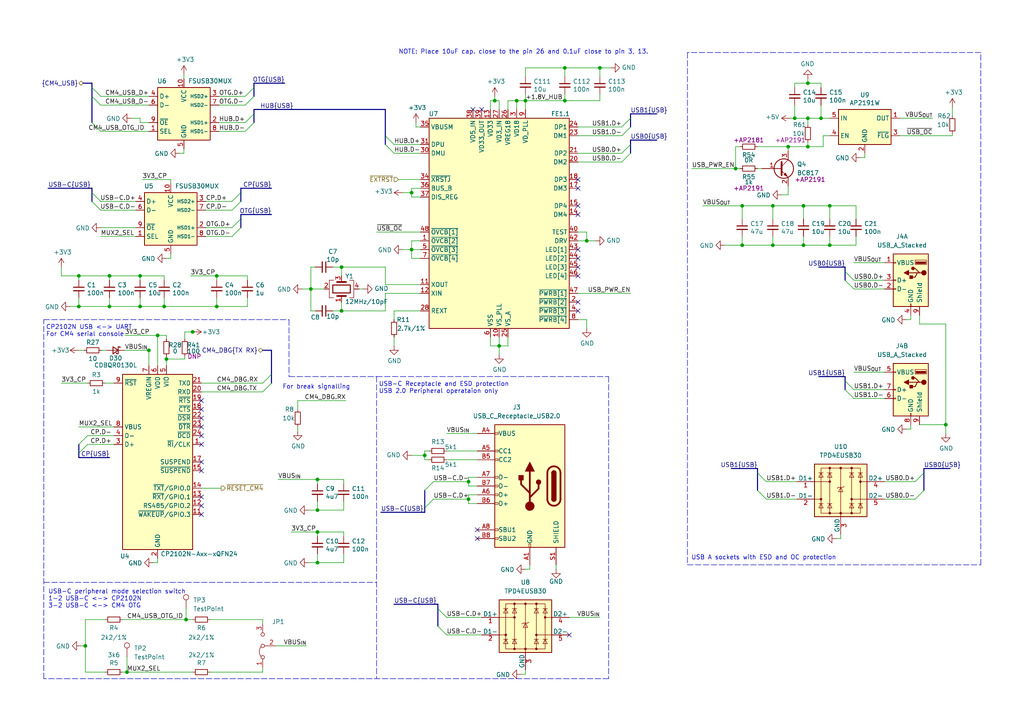
<source format=kicad_sch>
(kicad_sch (version 20211123) (generator eeschema)
  (paper "A4")
  (title_block (title "USB 2.0 host/USB 2.0 device") (date "2022-04-27") (rev "1.2b") (company "Nabu Casa") (comment 1 "www.nabucasa.com") (comment 2 "Yellow"))
  (bus_alias "I2C" (members "SDA" "SCL"))
  (bus_alias "CM4_USB" (members "CM4_USB_D+" "CM4_USB_D-" "CM4_USB_OTG_ID"))
  (bus_alias "USB" (members "D+" "D-"))
  (junction (at 215.265 71.12) (diameter 0.9144))
  (junction (at 31.75 80.01) (diameter 0.9144))
  (junction (at 92.075 139.065) (diameter 0.9144))
  (junction (at 40.64 80.01) (diameter 0.9144))
  (junction (at 149.86 29.21) (diameter 0.9144))
  (junction (at 213.36 48.895))
  (junction (at 22.86 88.9) (diameter 0.9144))
  (junction (at 215.265 59.69) (diameter 0.9144))
  (junction (at 233.045 71.12) (diameter 0.9144))
  (junction (at 119.38 55.88) (diameter 0.9144))
  (junction (at 24.765 187.325) (diameter 0.9144))
  (junction (at 240.665 59.69) (diameter 0.9144))
  (junction (at 53.975 179.705) (diameter 0.9144))
  (junction (at 234.315 24.13) (diameter 0.9144))
  (junction (at 92.075 154.305) (diameter 0.9144))
  (junction (at 224.155 71.12) (diameter 0.9144))
  (junction (at 92.075 147.955) (diameter 0.9144))
  (junction (at 228.6 42.545))
  (junction (at 173.99 19.685) (diameter 0.9144))
  (junction (at 45.72 97.282))
  (junction (at 234.315 42.545))
  (junction (at 230.505 34.29) (diameter 0.9144))
  (junction (at 135.89 144.78) (diameter 0.9144))
  (junction (at 143.51 29.21) (diameter 0.9144))
  (junction (at 43.18 101.6))
  (junction (at 233.045 59.69) (diameter 0.9144))
  (junction (at 62.865 88.9) (diameter 0.9144))
  (junction (at 144.78 100.33) (diameter 0.9144))
  (junction (at 90.17 83.82) (diameter 0.9144))
  (junction (at 99.06 90.17) (diameter 0.9144))
  (junction (at 119.38 72.39) (diameter 0.9144))
  (junction (at 152.4 29.21) (diameter 0.9144))
  (junction (at 123.19 132.08) (diameter 0.9144))
  (junction (at 135.89 139.7) (diameter 0.9144))
  (junction (at 40.64 88.9) (diameter 0.9144))
  (junction (at 170.18 69.85) (diameter 0.9144))
  (junction (at 55.88 96.266))
  (junction (at 238.125 34.29) (diameter 0.9144))
  (junction (at 31.75 88.9) (diameter 0.9144))
  (junction (at 99.06 77.47) (diameter 0.9144))
  (junction (at 48.26 104.14))
  (junction (at 240.665 71.12) (diameter 0.9144))
  (junction (at 224.155 59.69) (diameter 0.9144))
  (junction (at 47.625 88.9) (diameter 0.9144))
  (junction (at 274.32 123.19) (diameter 0.9144))
  (junction (at 163.83 19.685) (diameter 0.9144))
  (junction (at 92.075 163.195) (diameter 0.9144))
  (junction (at 36.83 194.945) (diameter 0.9144))
  (junction (at 163.83 29.21) (diameter 0.9144))
  (junction (at 234.315 34.29))
  (junction (at 62.865 80.01) (diameter 0.9144))
  (junction (at 22.86 80.01) (diameter 0.9144))
  (no_connect (at 167.64 77.47))
  (no_connect (at 138.43 153.67))
  (no_connect (at 167.64 87.63))
  (no_connect (at 138.43 156.21))
  (no_connect (at 167.64 90.17))
  (no_connect (at 58.42 126.365))
  (no_connect (at 58.42 116.205))
  (no_connect (at 58.42 118.745))
  (no_connect (at 58.42 121.285))
  (no_connect (at 58.42 123.825))
  (no_connect (at 58.42 128.905))
  (no_connect (at 58.42 133.985))
  (no_connect (at 58.42 136.525))
  (no_connect (at 58.42 144.145))
  (no_connect (at 58.42 146.685))
  (no_connect (at 58.42 149.225))
  (no_connect (at 167.64 54.61))
  (no_connect (at 167.64 80.01))
  (no_connect (at 165.1 184.15))
  (no_connect (at 139.7 31.75))
  (no_connect (at 137.16 31.75))
  (no_connect (at 167.64 72.39))
  (no_connect (at 167.64 74.93))
  (no_connect (at 167.64 52.07))
  (no_connect (at 167.64 62.23))
  (no_connect (at 167.64 59.69))
  (bus_entry (at 180.34 36.83) (size 2.54 -2.54) (stroke (width 0.1524)))
  (bus_entry (at 180.34 44.45) (size 2.54 -2.54) (stroke (width 0.1524)))
  (bus_entry (at 76.2 113.665) (size 2.54 -2.54) (stroke (width 0.1524)))
  (bus_entry (at 222.25 144.78) (size -2.54 -2.54) (stroke (width 0.1524)))
  (bus_entry (at 73.66 25.4) (size -2.54 2.54) (stroke (width 0.1524)))
  (bus_entry (at 180.34 46.99) (size 2.54 -2.54) (stroke (width 0.1524)))
  (bus_entry (at 69.85 63.5) (size -2.54 2.54) (stroke (width 0.1524)))
  (bus_entry (at 69.85 66.04) (size -2.54 2.54) (stroke (width 0.1524)))
  (bus_entry (at 123.19 142.24) (size 2.54 -2.54) (stroke (width 0.1524)))
  (bus_entry (at 265.43 144.78) (size 2.54 -2.54) (stroke (width 0.1524)))
  (bus_entry (at 26.67 27.94) (size 2.54 2.54) (stroke (width 0.1524)))
  (bus_entry (at 22.86 131.445) (size 2.54 -2.54) (stroke (width 0.1524)))
  (bus_entry (at 69.85 58.42) (size -2.54 2.54) (stroke (width 0.1524)))
  (bus_entry (at 123.19 147.32) (size 2.54 -2.54) (stroke (width 0.1524)))
  (bus_entry (at 222.25 139.7) (size -2.54 -2.54) (stroke (width 0.1524)))
  (bus_entry (at 69.85 55.88) (size -2.54 2.54) (stroke (width 0.1524)))
  (bus_entry (at 73.66 33.02) (size -2.54 2.54) (stroke (width 0.1524)))
  (bus_entry (at 26.67 58.42) (size 2.54 2.54) (stroke (width 0.1524)))
  (bus_entry (at 73.66 27.94) (size -2.54 2.54) (stroke (width 0.1524)))
  (bus_entry (at 127 181.61) (size 2.54 2.54) (stroke (width 0.1524)))
  (bus_entry (at 180.34 39.37) (size 2.54 -2.54) (stroke (width 0.1524)))
  (bus_entry (at 247.65 115.57) (size -2.54 -2.54) (stroke (width 0.1524)))
  (bus_entry (at 26.67 35.56) (size 2.54 2.54) (stroke (width 0.1524)))
  (bus_entry (at 247.65 83.82) (size -2.54 -2.54) (stroke (width 0.1524)))
  (bus_entry (at 26.67 55.88) (size 2.54 2.54) (stroke (width 0.1524)))
  (bus_entry (at 73.66 35.56) (size -2.54 2.54) (stroke (width 0.1524)))
  (bus_entry (at 111.76 41.91) (size 2.54 2.54) (stroke (width 0.1524)))
  (bus_entry (at 76.2 111.125) (size 2.54 -2.54) (stroke (width 0.1524)))
  (bus_entry (at 247.65 81.28) (size -2.54 -2.54) (stroke (width 0.1524)))
  (bus_entry (at 26.67 25.4) (size 2.54 2.54) (stroke (width 0.1524)))
  (bus_entry (at 247.65 113.03) (size -2.54 -2.54) (stroke (width 0.1524)))
  (bus_entry (at 127 176.53) (size 2.54 2.54) (stroke (width 0.1524)))
  (bus_entry (at 22.86 128.905) (size 2.54 -2.54) (stroke (width 0.1524)))
  (bus_entry (at 265.43 139.7) (size 2.54 -2.54) (stroke (width 0.1524)))
  (bus_entry (at 111.76 39.37) (size 2.54 2.54) (stroke (width 0.1524)))
  (wire (pts (xy 234.315 22.86) (xy 234.315 24.13)))
  (wire (pts (xy 167.64 46.99) (xy 180.34 46.99)))
  (wire (pts (xy 147.32 97.79) (xy 147.32 100.33)))
  (wire (pts (xy 147.32 100.33) (xy 144.78 100.33)))
  (wire (pts (xy 215.265 59.69) (xy 215.265 63.5)))
  (wire (pts (xy 58.42 141.605) (xy 64.135 141.605)))
  (wire (pts (xy 40.64 86.36) (xy 40.64 88.9)))
  (wire (pts (xy 147.32 29.21) (xy 149.86 29.21)))
  (wire (pts (xy 147.32 31.75) (xy 147.32 29.21)))
  (wire (pts (xy 149.86 29.21) (xy 149.86 31.75)))
  (wire (pts (xy 135.89 140.97) (xy 138.43 140.97)))
  (wire (pts (xy 260.985 39.37) (xy 276.225 39.37)))
  (wire (pts (xy 114.3 44.45) (xy 121.92 44.45)))
  (wire (pts (xy 86.36 116.205) (xy 100.33 116.205)))
  (wire (pts (xy 99.695 160.655) (xy 99.695 163.195)))
  (wire (pts (xy 119.38 72.39) (xy 121.92 72.39)))
  (wire (pts (xy 210.185 71.12) (xy 215.265 71.12)))
  (wire (pts (xy 23.495 187.325) (xy 24.765 187.325)))
  (wire (pts (xy 24.765 179.705) (xy 30.48 179.705)))
  (wire (pts (xy 24.765 187.325) (xy 24.765 179.705)))
  (wire (pts (xy 119.38 57.15) (xy 119.38 55.88)))
  (wire (pts (xy 121.92 57.15) (xy 119.38 57.15)))
  (wire (pts (xy 274.32 123.19) (xy 274.32 125.73)))
  (wire (pts (xy 240.665 59.69) (xy 240.665 63.5)))
  (wire (pts (xy 115.57 52.07) (xy 121.92 52.07)))
  (wire (pts (xy 144.78 100.33) (xy 144.78 102.87)))
  (wire (pts (xy 90.17 83.82) (xy 90.17 90.17)))
  (wire (pts (xy 116.84 55.88) (xy 119.38 55.88)))
  (wire (pts (xy 119.38 54.61) (xy 121.92 54.61)))
  (wire (pts (xy 119.38 55.88) (xy 119.38 54.61)))
  (wire (pts (xy 63.5 27.94) (xy 71.12 27.94)))
  (wire (pts (xy 152.4 29.21) (xy 163.83 29.21)))
  (wire (pts (xy 247.65 113.03) (xy 256.54 113.03)))
  (bus (pts (xy 245.11 77.47) (xy 237.49 77.47)))
  (wire (pts (xy 22.86 101.6) (xy 24.384 101.6)))
  (bus (pts (xy 182.88 33.02) (xy 182.88 34.29)))
  (bus (pts (xy 182.88 34.29) (xy 182.88 36.83)))
  (wire (pts (xy 219.71 48.895) (xy 220.98 48.895)))
  (wire (pts (xy 135.89 146.05) (xy 135.89 144.78)))
  (wire (pts (xy 48.26 103.378) (xy 48.26 104.14)))
  (wire (pts (xy 60.96 194.945) (xy 76.2 194.945)))
  (wire (pts (xy 76.2 194.945) (xy 76.2 193.675)))
  (wire (pts (xy 266.7 91.44) (xy 266.7 93.98)))
  (wire (pts (xy 71.755 88.9) (xy 71.755 86.36)))
  (wire (pts (xy 62.865 88.9) (xy 71.755 88.9)))
  (wire (pts (xy 47.625 88.9) (xy 62.865 88.9)))
  (wire (pts (xy 40.64 88.9) (xy 47.625 88.9)))
  (wire (pts (xy 129.54 130.81) (xy 138.43 130.81)))
  (wire (pts (xy 264.16 124.46) (xy 264.16 123.19)))
  (wire (pts (xy 167.64 44.45) (xy 180.34 44.45)))
  (wire (pts (xy 125.73 144.78) (xy 135.89 144.78)))
  (wire (pts (xy 47.625 81.28) (xy 47.625 80.01)))
  (wire (pts (xy 47.625 80.01) (xy 40.64 80.01)))
  (polyline (pts (xy 88.9 196.85) (xy 12.7 196.85)) (stroke (width 0) (type dash)))
  (wire (pts (xy 36.068 101.6) (xy 43.18 101.6)))
  (wire (pts (xy 29.21 38.1) (xy 43.18 38.1)))
  (wire (pts (xy 276.225 39.37) (xy 276.225 38.735)))
  (polyline (pts (xy 12.7 168.91) (xy 109.22 168.91)) (stroke (width 0) (type dash)))
  (wire (pts (xy 233.045 71.12) (xy 240.665 71.12)))
  (polyline (pts (xy 199.39 163.83) (xy 284.48 163.83)) (stroke (width 0) (type dash)))
  (wire (pts (xy 152.4 165.1) (xy 153.67 165.1)))
  (wire (pts (xy 96.52 77.47) (xy 99.06 77.47)))
  (wire (pts (xy 91.44 77.47) (xy 90.17 77.47)))
  (wire (pts (xy 43.18 101.6) (xy 43.307 101.6)))
  (bus (pts (xy 22.86 131.445) (xy 22.86 132.715)))
  (bus (pts (xy 22.86 128.905) (xy 22.86 131.445)))
  (wire (pts (xy 63.5 30.48) (xy 71.12 30.48)))
  (wire (pts (xy 173.99 19.685) (xy 163.83 19.685)))
  (wire (pts (xy 177.165 19.685) (xy 173.99 19.685)))
  (wire (pts (xy 152.4 19.685) (xy 152.4 22.225)))
  (wire (pts (xy 163.83 19.685) (xy 152.4 19.685)))
  (wire (pts (xy 22.86 123.825) (xy 33.02 123.825)))
  (wire (pts (xy 151.13 195.58) (xy 152.4 195.58)))
  (wire (pts (xy 62.865 80.01) (xy 71.755 80.01)))
  (wire (pts (xy 71.755 80.01) (xy 71.755 81.28)))
  (wire (pts (xy 55.245 80.01) (xy 62.865 80.01)))
  (wire (pts (xy 276.225 31.115) (xy 276.225 33.655)))
  (wire (pts (xy 119.38 72.39) (xy 119.38 74.93)))
  (wire (pts (xy 119.38 74.93) (xy 121.92 74.93)))
  (wire (pts (xy 119.38 132.08) (xy 123.19 132.08)))
  (polyline (pts (xy 83.82 109.22) (xy 109.22 109.22)) (stroke (width 0) (type dash)))
  (polyline (pts (xy 83.82 92.71) (xy 83.82 109.22)) (stroke (width 0) (type dash)))
  (wire (pts (xy 99.695 155.575) (xy 99.695 154.305)))
  (wire (pts (xy 114.3 41.91) (xy 121.92 41.91)))
  (wire (pts (xy 249.555 45.72) (xy 250.825 45.72)))
  (wire (pts (xy 99.06 87.63) (xy 99.06 90.17)))
  (wire (pts (xy 152.4 27.305) (xy 152.4 29.21)))
  (wire (pts (xy 52.07 44.45) (xy 53.34 44.45)))
  (wire (pts (xy 25.4 111.125) (xy 17.78 111.125)))
  (wire (pts (xy 214.63 48.895) (xy 213.36 48.895)))
  (wire (pts (xy 200.66 48.895) (xy 213.36 48.895)))
  (wire (pts (xy 96.52 90.17) (xy 99.06 90.17)))
  (wire (pts (xy 138.43 143.51) (xy 135.89 143.51)))
  (wire (pts (xy 31.75 80.01) (xy 31.75 81.28)))
  (wire (pts (xy 215.265 71.12) (xy 224.155 71.12)))
  (wire (pts (xy 92.075 154.305) (xy 92.075 155.575)))
  (wire (pts (xy 153.67 165.1) (xy 153.67 163.83)))
  (wire (pts (xy 170.18 69.85) (xy 172.72 69.85)))
  (wire (pts (xy 29.21 66.04) (xy 39.37 66.04)))
  (wire (pts (xy 89.535 147.955) (xy 92.075 147.955)))
  (wire (pts (xy 152.4 29.21) (xy 149.86 29.21)))
  (wire (pts (xy 152.4 31.75) (xy 152.4 29.21)))
  (wire (pts (xy 121.92 67.31) (xy 109.22 67.31)))
  (wire (pts (xy 167.64 92.71) (xy 170.18 92.71)))
  (wire (pts (xy 48.26 98.298) (xy 48.26 97.282)))
  (wire (pts (xy 121.92 82.55) (xy 111.76 82.55)))
  (wire (pts (xy 215.265 59.69) (xy 224.155 59.69)))
  (bus (pts (xy 111.76 31.75) (xy 111.76 39.37)))
  (bus (pts (xy 111.76 39.37) (xy 111.76 41.91)))
  (wire (pts (xy 49.53 52.07) (xy 49.53 53.34)))
  (wire (pts (xy 99.695 145.415) (xy 99.695 147.955)))
  (wire (pts (xy 45.72 97.282) (xy 48.26 97.282)))
  (polyline (pts (xy 12.7 92.71) (xy 83.82 92.71)) (stroke (width 0) (type dash)))
  (wire (pts (xy 99.06 90.17) (xy 111.76 90.17)))
  (wire (pts (xy 53.34 21.59) (xy 53.34 22.86)))
  (wire (pts (xy 229.235 34.29) (xy 230.505 34.29)))
  (wire (pts (xy 129.54 184.15) (xy 139.7 184.15)))
  (wire (pts (xy 248.285 71.12) (xy 248.285 68.58)))
  (wire (pts (xy 230.505 30.48) (xy 230.505 34.29)))
  (wire (pts (xy 173.99 179.07) (xy 165.1 179.07)))
  (wire (pts (xy 230.505 24.13) (xy 230.505 25.4)))
  (wire (pts (xy 59.69 66.04) (xy 67.31 66.04)))
  (wire (pts (xy 99.06 77.47) (xy 99.06 80.01)))
  (wire (pts (xy 53.34 44.45) (xy 53.34 43.18)))
  (wire (pts (xy 17.78 80.01) (xy 22.86 80.01)))
  (wire (pts (xy 247.65 115.57) (xy 256.54 115.57)))
  (wire (pts (xy 114.3 90.17) (xy 121.92 90.17)))
  (wire (pts (xy 142.24 29.21) (xy 143.51 29.21)))
  (wire (pts (xy 142.24 31.75) (xy 142.24 29.21)))
  (wire (pts (xy 143.51 29.21) (xy 144.78 29.21)))
  (wire (pts (xy 144.78 29.21) (xy 144.78 31.75)))
  (wire (pts (xy 92.075 160.655) (xy 92.075 163.195)))
  (wire (pts (xy 266.7 123.19) (xy 274.32 123.19)))
  (wire (pts (xy 41.275 52.07) (xy 49.53 52.07)))
  (wire (pts (xy 224.155 71.12) (xy 233.045 71.12)))
  (wire (pts (xy 161.29 163.83) (xy 161.29 165.1)))
  (bus (pts (xy 182.88 40.64) (xy 182.88 41.91)))
  (bus (pts (xy 182.88 41.91) (xy 182.88 44.45)))
  (wire (pts (xy 39.37 58.42) (xy 29.21 58.42)))
  (wire (pts (xy 247.65 83.82) (xy 256.54 83.82)))
  (polyline (pts (xy 176.53 196.85) (xy 88.9 196.85)) (stroke (width 0) (type dash)))
  (bus (pts (xy 26.67 54.61) (xy 13.97 54.61)))
  (polyline (pts (xy 284.48 163.83) (xy 284.48 15.24)) (stroke (width 0) (type dash)))
  (wire (pts (xy 22.86 86.36) (xy 22.86 88.9)))
  (wire (pts (xy 59.69 68.58) (xy 67.31 68.58)))
  (bus (pts (xy 245.11 109.22) (xy 237.49 109.22)))
  (wire (pts (xy 58.42 113.665) (xy 76.2 113.665)))
  (wire (pts (xy 29.464 101.6) (xy 30.988 101.6)))
  (wire (pts (xy 247.65 107.95) (xy 256.54 107.95)))
  (wire (pts (xy 119.38 69.85) (xy 121.92 69.85)))
  (wire (pts (xy 116.84 72.39) (xy 119.38 72.39)))
  (wire (pts (xy 119.38 72.39) (xy 119.38 69.85)))
  (wire (pts (xy 123.19 132.08) (xy 123.19 133.35)))
  (bus (pts (xy 73.66 31.75) (xy 111.76 31.75)))
  (bus (pts (xy 26.67 24.13) (xy 26.67 25.4)))
  (bus (pts (xy 26.67 25.4) (xy 26.67 27.94)))
  (bus (pts (xy 26.67 27.94) (xy 26.67 35.56)))
  (wire (pts (xy 248.285 59.69) (xy 240.665 59.69)))
  (wire (pts (xy 99.695 140.335) (xy 99.695 139.065)))
  (wire (pts (xy 240.665 71.12) (xy 248.285 71.12)))
  (wire (pts (xy 203.835 59.69) (xy 215.265 59.69)))
  (wire (pts (xy 92.075 139.065) (xy 92.075 140.335)))
  (wire (pts (xy 144.78 97.79) (xy 144.78 100.33)))
  (wire (pts (xy 243.84 156.21) (xy 243.84 154.94)))
  (wire (pts (xy 90.17 90.17) (xy 91.44 90.17)))
  (wire (pts (xy 30.48 111.125) (xy 33.02 111.125)))
  (wire (pts (xy 29.21 27.94) (xy 43.18 27.94)))
  (wire (pts (xy 260.985 34.29) (xy 270.51 34.29)))
  (bus (pts (xy 69.85 54.61) (xy 78.74 54.61)))
  (wire (pts (xy 238.125 25.4) (xy 238.125 24.13)))
  (wire (pts (xy 40.64 34.29) (xy 38.1 34.29)))
  (wire (pts (xy 262.89 124.46) (xy 264.16 124.46)))
  (wire (pts (xy 143.51 27.94) (xy 143.51 29.21)))
  (wire (pts (xy 36.195 97.282) (xy 45.72 97.282)))
  (wire (pts (xy 45.72 97.282) (xy 45.72 106.045)))
  (wire (pts (xy 40.64 80.01) (xy 31.75 80.01)))
  (wire (pts (xy 123.19 130.81) (xy 123.19 132.08)))
  (wire (pts (xy 163.83 29.21) (xy 163.83 27.305)))
  (wire (pts (xy 234.315 24.13) (xy 230.505 24.13)))
  (wire (pts (xy 129.54 179.07) (xy 139.7 179.07)))
  (wire (pts (xy 36.83 190.5) (xy 36.83 194.945)))
  (wire (pts (xy 167.64 67.31) (xy 170.18 67.31)))
  (wire (pts (xy 170.18 67.31) (xy 170.18 69.85)))
  (wire (pts (xy 274.32 93.98) (xy 274.32 123.19)))
  (wire (pts (xy 173.99 19.685) (xy 173.99 22.225)))
  (wire (pts (xy 20.32 88.9) (xy 22.86 88.9)))
  (wire (pts (xy 111.76 82.55) (xy 111.76 77.47)))
  (bus (pts (xy 69.85 62.23) (xy 78.74 62.23)))
  (wire (pts (xy 265.43 139.7) (xy 256.54 139.7)))
  (wire (pts (xy 80.645 139.065) (xy 92.075 139.065)))
  (wire (pts (xy 228.6 56.515) (xy 226.695 56.515)))
  (wire (pts (xy 152.4 195.58) (xy 152.4 194.31)))
  (wire (pts (xy 123.19 133.35) (xy 124.46 133.35)))
  (wire (pts (xy 86.36 123.825) (xy 86.36 125.095)))
  (wire (pts (xy 238.125 24.13) (xy 234.315 24.13)))
  (wire (pts (xy 40.64 35.56) (xy 40.64 34.29)))
  (wire (pts (xy 222.25 144.78) (xy 231.14 144.78)))
  (wire (pts (xy 238.125 30.48) (xy 238.125 34.29)))
  (wire (pts (xy 264.16 92.71) (xy 264.16 91.44)))
  (bus (pts (xy 73.66 24.13) (xy 73.66 25.4)))
  (bus (pts (xy 73.66 25.4) (xy 73.66 27.94)))
  (wire (pts (xy 242.57 156.21) (xy 243.84 156.21)))
  (wire (pts (xy 135.89 144.78) (xy 135.89 143.51)))
  (wire (pts (xy 48.26 106.045) (xy 48.26 104.14)))
  (bus (pts (xy 267.97 135.89) (xy 275.59 135.89)))
  (bus (pts (xy 26.67 54.61) (xy 26.67 55.88)))
  (bus (pts (xy 26.67 55.88) (xy 26.67 58.42)))
  (wire (pts (xy 234.315 41.275) (xy 234.315 42.545)))
  (polyline (pts (xy 109.22 109.22) (xy 176.53 109.22)) (stroke (width 0) (type dash)))
  (wire (pts (xy 49.53 74.93) (xy 49.53 73.66)))
  (wire (pts (xy 99.695 154.305) (xy 92.075 154.305)))
  (wire (pts (xy 121.92 36.83) (xy 120.65 36.83)))
  (wire (pts (xy 248.285 63.5) (xy 248.285 59.69)))
  (wire (pts (xy 219.71 42.545) (xy 228.6 42.545)))
  (polyline (pts (xy 109.22 109.22) (xy 109.22 196.85)) (stroke (width 0) (type dash)))
  (wire (pts (xy 266.7 93.98) (xy 274.32 93.98)))
  (wire (pts (xy 33.02 126.365) (xy 25.4 126.365)))
  (wire (pts (xy 62.865 86.36) (xy 62.865 88.9)))
  (wire (pts (xy 129.54 133.35) (xy 138.43 133.35)))
  (wire (pts (xy 234.315 42.545) (xy 238.76 42.545)))
  (wire (pts (xy 228.6 42.545) (xy 234.315 42.545)))
  (wire (pts (xy 228.6 43.815) (xy 228.6 42.545)))
  (wire (pts (xy 238.76 39.37) (xy 240.665 39.37)))
  (wire (pts (xy 238.76 42.545) (xy 238.76 39.37)))
  (wire (pts (xy 58.42 111.125) (xy 76.2 111.125)))
  (bus (pts (xy 219.71 135.89) (xy 212.09 135.89)))
  (bus (pts (xy 219.71 135.89) (xy 219.71 137.16)))
  (bus (pts (xy 219.71 137.16) (xy 219.71 142.24)))
  (wire (pts (xy 120.65 35.56) (xy 120.65 36.83)))
  (wire (pts (xy 22.86 80.01) (xy 22.86 81.28)))
  (wire (pts (xy 33.02 128.905) (xy 25.4 128.905)))
  (wire (pts (xy 167.64 36.83) (xy 180.34 36.83)))
  (wire (pts (xy 63.5 35.56) (xy 71.12 35.56)))
  (wire (pts (xy 92.075 145.415) (xy 92.075 147.955)))
  (wire (pts (xy 224.155 59.69) (xy 224.155 63.5)))
  (wire (pts (xy 84.455 154.305) (xy 92.075 154.305)))
  (wire (pts (xy 56.388 96.266) (xy 55.88 96.266)))
  (wire (pts (xy 138.43 138.43) (xy 135.89 138.43)))
  (wire (pts (xy 40.64 80.01) (xy 40.64 81.28)))
  (wire (pts (xy 29.21 30.48) (xy 43.18 30.48)))
  (wire (pts (xy 247.65 81.28) (xy 256.54 81.28)))
  (wire (pts (xy 43.18 101.6) (xy 43.18 106.045)))
  (wire (pts (xy 135.89 140.97) (xy 135.89 139.7)))
  (wire (pts (xy 125.73 139.7) (xy 135.89 139.7)))
  (wire (pts (xy 87.63 83.82) (xy 90.17 83.82)))
  (wire (pts (xy 215.265 68.58) (xy 215.265 71.12)))
  (bus (pts (xy 69.85 62.23) (xy 69.85 63.5)))
  (bus (pts (xy 69.85 63.5) (xy 69.85 66.04)))
  (wire (pts (xy 247.65 76.2) (xy 256.54 76.2)))
  (bus (pts (xy 267.97 135.89) (xy 267.97 137.16)))
  (bus (pts (xy 267.97 137.16) (xy 267.97 142.24)))
  (wire (pts (xy 114.3 92.71) (xy 114.3 90.17)))
  (wire (pts (xy 35.56 179.705) (xy 53.975 179.705)))
  (wire (pts (xy 53.975 179.705) (xy 55.88 179.705)))
  (wire (pts (xy 99.06 77.47) (xy 111.76 77.47)))
  (wire (pts (xy 224.155 68.58) (xy 224.155 71.12)))
  (wire (pts (xy 88.9 187.325) (xy 80.01 187.325)))
  (wire (pts (xy 135.89 139.7) (xy 135.89 138.43)))
  (wire (pts (xy 53.975 176.53) (xy 53.975 179.705)))
  (wire (pts (xy 228.6 53.975) (xy 228.6 56.515)))
  (wire (pts (xy 111.76 85.09) (xy 111.76 90.17)))
  (wire (pts (xy 39.37 60.96) (xy 29.21 60.96)))
  (bus (pts (xy 123.19 148.59) (xy 110.49 148.59)))
  (wire (pts (xy 31.75 86.36) (xy 31.75 88.9)))
  (bus (pts (xy 127 175.26) (xy 114.3 175.26)))
  (wire (pts (xy 163.83 19.685) (xy 163.83 22.225)))
  (wire (pts (xy 167.64 85.09) (xy 182.88 85.09)))
  (wire (pts (xy 59.69 60.96) (xy 67.31 60.96)))
  (wire (pts (xy 63.5 38.1) (xy 71.12 38.1)))
  (wire (pts (xy 92.075 147.955) (xy 99.695 147.955)))
  (wire (pts (xy 76.2 179.705) (xy 60.96 179.705)))
  (wire (pts (xy 76.2 180.975) (xy 76.2 179.705)))
  (wire (pts (xy 29.21 68.58) (xy 39.37 68.58)))
  (wire (pts (xy 124.46 130.81) (xy 123.19 130.81)))
  (bus (pts (xy 24.13 24.13) (xy 26.67 24.13)))
  (wire (pts (xy 240.665 68.58) (xy 240.665 71.12)))
  (wire (pts (xy 238.125 34.29) (xy 240.665 34.29)))
  (wire (pts (xy 234.315 34.29) (xy 234.315 36.195)))
  (wire (pts (xy 62.865 80.01) (xy 62.865 81.28)))
  (wire (pts (xy 222.25 139.7) (xy 231.14 139.7)))
  (bus (pts (xy 182.88 40.64) (xy 190.5 40.64)))
  (wire (pts (xy 89.535 163.195) (xy 92.075 163.195)))
  (bus (pts (xy 245.11 109.22) (xy 245.11 110.49)))
  (bus (pts (xy 245.11 110.49) (xy 245.11 113.03)))
  (wire (pts (xy 230.505 34.29) (xy 234.315 34.29)))
  (wire (pts (xy 234.315 34.29) (xy 238.125 34.29)))
  (bus (pts (xy 22.86 132.715) (xy 31.75 132.715)))
  (wire (pts (xy 121.92 85.09) (xy 111.76 85.09)))
  (wire (pts (xy 170.18 69.85) (xy 167.64 69.85)))
  (wire (pts (xy 55.88 96.266) (xy 53.594 96.266)))
  (bus (pts (xy 245.11 77.47) (xy 245.11 78.74)))
  (bus (pts (xy 245.11 78.74) (xy 245.11 81.28)))
  (wire (pts (xy 35.56 194.945) (xy 36.83 194.945)))
  (wire (pts (xy 36.83 194.945) (xy 55.88 194.945)))
  (wire (pts (xy 167.64 39.37) (xy 180.34 39.37)))
  (wire (pts (xy 265.43 144.78) (xy 256.54 144.78)))
  (bus (pts (xy 73.66 31.75) (xy 73.66 33.02)))
  (bus (pts (xy 73.66 33.02) (xy 73.66 35.56)))
  (wire (pts (xy 53.594 104.14) (xy 53.594 103.378)))
  (wire (pts (xy 99.695 139.065) (xy 92.075 139.065)))
  (wire (pts (xy 233.045 59.69) (xy 240.665 59.69)))
  (wire (pts (xy 170.18 92.71) (xy 170.18 95.25)))
  (wire (pts (xy 104.14 83.82) (xy 105.41 83.82)))
  (wire (pts (xy 92.075 163.195) (xy 99.695 163.195)))
  (polyline (pts (xy 176.53 109.22) (xy 176.53 196.85)) (stroke (width 0) (type dash)))
  (wire (pts (xy 90.17 83.82) (xy 93.98 83.82)))
  (bus (pts (xy 69.85 54.61) (xy 69.85 55.88)))
  (bus (pts (xy 69.85 55.88) (xy 69.85 58.42)))
  (wire (pts (xy 17.78 80.01) (xy 17.78 77.47)))
  (wire (pts (xy 262.89 92.71) (xy 264.16 92.71)))
  (wire (pts (xy 47.625 86.36) (xy 47.625 88.9)))
  (polyline (pts (xy 12.7 196.85) (xy 12.7 92.71)) (stroke (width 0) (type dash)))
  (wire (pts (xy 142.24 97.79) (xy 142.24 100.33)))
  (wire (pts (xy 142.24 100.33) (xy 144.78 100.33)))
  (bus (pts (xy 182.88 33.02) (xy 190.5 33.02)))
  (wire (pts (xy 224.155 59.69) (xy 233.045 59.69)))
  (bus (pts (xy 78.74 108.585) (xy 78.74 111.125)))
  (bus (pts (xy 78.74 101.6) (xy 78.74 108.585)))
  (bus (pts (xy 76.2 101.6) (xy 78.74 101.6)))
  (bus (pts (xy 73.66 24.13) (xy 82.55 24.13)))
  (wire (pts (xy 173.99 29.21) (xy 163.83 29.21)))
  (wire (pts (xy 173.99 27.305) (xy 173.99 29.21)))
  (wire (pts (xy 48.26 74.93) (xy 49.53 74.93)))
  (wire (pts (xy 86.36 116.205) (xy 86.36 118.745)))
  (wire (pts (xy 233.045 59.69) (xy 233.045 63.5)))
  (wire (pts (xy 135.89 146.05) (xy 138.43 146.05)))
  (polyline (pts (xy 284.48 15.24) (xy 199.39 15.24)) (stroke (width 0) (type dash)))
  (wire (pts (xy 43.18 35.56) (xy 40.64 35.56)))
  (wire (pts (xy 129.54 125.73) (xy 138.43 125.73)))
  (wire (pts (xy 214.63 42.545) (xy 213.36 42.545)))
  (wire (pts (xy 213.36 42.545) (xy 213.36 48.895)))
  (polyline (pts (xy 199.39 15.24) (xy 199.39 163.83)) (stroke (width 0) (type dash)))
  (wire (pts (xy 45.72 163.195) (xy 45.72 161.925)))
  (wire (pts (xy 250.825 45.72) (xy 250.825 44.45)))
  (wire (pts (xy 48.26 104.14) (xy 53.594 104.14)))
  (wire (pts (xy 44.45 163.195) (xy 45.72 163.195)))
  (wire (pts (xy 233.045 68.58) (xy 233.045 71.12)))
  (wire (pts (xy 53.594 96.266) (xy 53.594 98.298)))
  (wire (pts (xy 22.86 88.9) (xy 31.75 88.9)))
  (bus (pts (xy 123.19 142.24) (xy 123.19 147.32)))
  (bus (pts (xy 123.19 147.32) (xy 123.19 148.59)))
  (wire (pts (xy 22.86 80.01) (xy 31.75 80.01)))
  (wire (pts (xy 59.69 58.42) (xy 67.31 58.42)))
  (wire (pts (xy 30.48 194.945) (xy 24.765 194.945)))
  (wire (pts (xy 24.765 194.945) (xy 24.765 187.325)))
  (wire (pts (xy 114.3 97.79) (xy 114.3 100.33)))
  (bus (pts (xy 127 175.26) (xy 127 176.53)))
  (bus (pts (xy 127 176.53) (xy 127 181.61)))
  (wire (pts (xy 31.75 88.9) (xy 40.64 88.9)))
  (wire (pts (xy 90.17 77.47) (xy 90.17 83.82)))
  (text "USB-C Receptacle and ESD protection\nUSB 2.0 Peripheral operataion only" (at 109.855 114.3 0) (effects (font (size 1.27 1.27)) (justify left bottom)))
  (text "USB-C peripheral mode selection switch\n1-2 USB-C <-> CP2102N\n3-2 USB-C <-> CM4 OTG" (at 13.97 176.53 0) (effects (font (size 1.27 1.27)) (justify left bottom)))
  (text "USB A sockets with ESD and OC protection" (at 242.57 162.56 180) (effects (font (size 1.27 1.27)) (justify right bottom)))
  (text "CP2102N USB <-> UART\nFor CM4 serial console" (at 13.335 97.79 0) (effects (font (size 1.27 1.27)) (justify left bottom)))
  (text "NOTE: Place 10uF cap. close to the pin 26 and 0.1uF close to pin 3, 13." (at 115.57 15.875 0) (effects (font (size 1.27 1.27)) (justify left bottom)))
  (text "For break signalling" (at 81.915 113.03 0) (effects (font (size 1.27 1.27)) (justify left bottom)))
  (label "USB-C.D-" (at 39.37 60.96 180))
  (label "CP.D-" (at 59.69 60.96 0))
  (label "OTG.D+" (at 59.69 66.04 0))
  (label "3V3_CP" (at 55.245 80.01 0))
  (label "VBUS_{IN}" (at 173.99 179.07 180))
  (label "CP.D+" (at 59.69 58.42 0))
  (label "~{USB_OC}" (at 270.51 39.37 180))
  (label "VBUS_{OUT}" (at 203.835 59.69 0))
  (label "VBUS_{OUT}" (at 247.65 107.95 0))
  (label "USB0.D+" (at 247.65 81.28 0))
  (label "HUB.D+" (at 63.5 35.56 0))
  (label "CP.D+" (at 32.385 128.905 180))
  (label "VBUS_{IN}" (at 88.9 187.325 180))
  (label "USB1.D+" (at 247.65 113.03 0))
  (label "CM4_USB_D-" (at 30.48 30.48 0))
  (label "~{USB_OC}" (at 109.22 67.31 0))
  (label "CM4_DBG.RX" (at 62.865 111.125 0))
  (label "VBUS_{IN}" (at 80.645 139.065 0))
  (label "USB-C.D+" (at 129.54 179.07 0))
  (label "3V3_CP" (at 41.275 52.07 0))
  (label "USB-C.D+" (at 125.73 144.78 0))
  (label "USB1.D-" (at 222.25 144.78 0))
  (label "OTG.D+" (at 63.5 27.94 0))
  (label "USB1.D+" (at 222.25 139.7 0))
  (label "HUB.D-" (at 63.5 38.1 0))
  (label "3V3_CP" (at 17.78 111.125 0))
  (label "VBUS_{IN}" (at 129.54 125.73 0))
  (label "MUX2_SEL" (at 22.86 123.825 0))
  (label "USB1.D-" (at 180.34 39.37 180))
  (label "USB0{USB}" (at 245.11 77.47 180))
  (label "+1.8V_HUB" (at 152.4 29.21 0))
  (label "CP.D-" (at 32.385 126.365 180))
  (label "USB0.D+" (at 180.34 44.45 180))
  (label "USB_PWR_EN" (at 200.66 48.895 0))
  (label "USB-C.D-" (at 125.73 139.7 0))
  (label "OTG.D-" (at 63.5 30.48 0))
  (label "CP{USB}" (at 78.74 54.61 180))
  (label "3V3_CP" (at 36.195 97.282 0))
  (label "OTG{USB}" (at 78.74 62.23 180))
  (label "USB0.D+" (at 265.43 139.7 180))
  (label "CM4_USB_OTG_ID" (at 36.83 179.705 0))
  (label "HUB{USB}" (at 85.09 31.75 180))
  (label "MUX2_SEL" (at 36.83 194.945 0))
  (label "CM4_USB_OTG_ID" (at 41.91 38.1 180))
  (label "USB1{USB}" (at 219.71 135.89 180))
  (label "3V3_CP" (at 84.455 154.305 0))
  (label "OTG.D-" (at 59.69 68.58 0))
  (label "USB0{USB}" (at 182.88 40.64 0))
  (label "USB-C{USB}" (at 114.3 175.26 0))
  (label "USB1{USB}" (at 182.88 33.02 0))
  (label "USB1.D+" (at 180.34 36.83 180))
  (label "CM4_USB_D+" (at 30.48 27.94 0))
  (label "HUB.D-" (at 114.3 44.45 0))
  (label "USB-C{USB}" (at 13.97 54.61 0))
  (label "USB1.D-" (at 247.65 115.57 0))
  (label "MUX2_SEL" (at 29.21 68.58 0))
  (label "USB0.D-" (at 265.43 144.78 180))
  (label "USB0.D-" (at 247.65 83.82 0))
  (label "VBUS_{IN}" (at 36.195 101.6 0))
  (label "CP{USB}" (at 31.75 132.715 180))
  (label "VBUS_{OUT}" (at 270.51 34.29 180))
  (label "USB1{USB}" (at 245.11 109.22 180))
  (label "HUB.D+" (at 114.3 41.91 0))
  (label "USB0{USB}" (at 267.97 135.89 0))
  (label "USB_PWR_EN" (at 182.88 85.09 180))
  (label "CM4_DBG.RX" (at 100.33 116.205 180))
  (label "USB-C.D-" (at 129.54 184.15 0))
  (label "USB-C.D+" (at 39.37 58.42 180))
  (label "OTG{USB}" (at 82.55 24.13 180))
  (label "VBUS_{OUT}" (at 247.65 76.2 0))
  (label "CM4_DBG.TX" (at 62.865 113.665 0))
  (label "USB0.D-" (at 180.34 46.99 180))
  (label "USB-C{USB}" (at 110.49 148.59 0))
  (hierarchical_label "~{EXTRST}" (shape input) (at 115.57 52.07 180))
  (hierarchical_label "{CM4_USB}" (shape bidirectional) (at 24.13 24.13 180))
  (hierarchical_label "~{RESET_CM4}" (shape output) (at 64.135 141.605 0))
  (hierarchical_label "CM4_DBG{TX RX}" (shape bidirectional) (at 76.2 101.6 180))
  (symbol (lib_id "Device:R_Small") (at 127 133.35 90) (mirror x) (unit 1)
    (property "Reference" "R14" (at 127 135.7568 90))
    (property "Value" "5k1" (at 130.81 134.728 90))
    (property "Footprint" "Resistor_SMD:R_0402_1005Metric" (effects hide))
  )
  (symbol (lib_id "power:+3V3") (at 143.51 27.94 0) (unit 1)
    (property "Reference" "#PWR041" (effects hide))
    (property "Value" "+3V3" (at 143.8783 23.6156 0))
  )
  (symbol (lib_id "power:GND") (at 234.315 22.86 180) (unit 1)
    (property "Reference" "#PWR046" (effects hide))
    (property "Value" "GND" (at 234.2007 18.5356 0))
  )
  (symbol (lib_id "power:+3V3") (at 53.34 21.59 0) (unit 1)
    (property "Reference" "#PWR025" (effects hide))
    (property "Value" "+3V3" (at 53.7083 17.2656 0))
  )
  (symbol (lib_id "power:GND") (at 274.32 125.73 0) (unit 1)
    (property "Reference" "#PWR049" (effects hide))
    (property "Value" "GND" (at 274.4343 130.0544 0))
  )
  (symbol (lib_id "Connector:TestPoint") (at 53.975 176.53 0) (unit 1) (in_bom no)
    (property "Reference" "TP3" (at 56.007 174.0534 0) (effects (justify left)))
    (property "Value" "TestPoint" (at 56.007 176.5934 0) (effects (justify left)))
    (property "Footprint" "TestPoint:TestPoint_Pad_D1.0mm" (effects hide))
  )
  (symbol (lib_id "Device:R_Small") (at 58.42 194.945 270) (unit 1)
    (property "Reference" "R7" (at 58.42 192.2718 90))
    (property "Value" "2k2/1%" (at 58.42 189.973 90))
    (property "Footprint" "Resistor_SMD:R_0402_1005Metric" (effects hide))
  )
  (symbol (lib_id "Device:C_Small") (at 92.075 158.115 0) (unit 1)
    (property "Reference" "C10" (at 94.3992 156.9656 0) (effects (justify left)))
    (property "Value" "4u7" (at 94.399 159.264 0) (effects (justify left)))
    (property "Footprint" "Capacitor_SMD:C_0402_1005Metric" (effects hide))
  )
  (symbol (lib_id "Device:R_Small") (at 33.02 194.945 270) (unit 1)
    (property "Reference" "R5" (at 33.02 192.2718 90))
    (property "Value" "3k6" (at 33.02 189.973 90))
    (property "Footprint" "Resistor_SMD:R_0402_1005Metric" (effects hide))
  )
  (symbol (lib_id "Jumper:Jumper_3_Bridged12") (at 76.2 187.325 90) (unit 1)
    (property "Reference" "JP1" (at 82.55 180.3399 90) (effects (justify left)))
    (property "Value" "Conn_01x03_Male" (effects hide))
    (property "Footprint" "Connector_PinHeader_2.54mm:PinHeader_1x03_P2.54mm_Vertical" (effects hide))
    (property "Manufacturer" "Adam Tech" (effects hide))
    (property "PartNumber" "PH1-03-UA" (effects hide))
  )
  (symbol (lib_name "FSUSB30MUX_1") (lib_id "Yellow:FSUSB30MUX") (at 53.34 33.02 0) (unit 1)
    (property "Reference" "U6" (at 46.99 23.495 0))
    (property "Value" "FSUSB30MUX" (at 60.96 23.495 0))
    (property "Footprint" "Package_SO:MSOP-10_3x3mm_P0.5mm" (effects hide))
    (property "Datasheet" "https://www.onsemi.com/pdf/datasheet/fsusb30-d.pdf" (effects hide))
    (property "Manufacturer" "ON Semiconductor" (effects hide))
    (property "PartNumber" "FSUSB30MUX" (effects hide))
  )
  (symbol (lib_id "power:+3V3") (at 22.86 101.6 90) (unit 1)
    (property "Reference" "#PWR0163" (effects hide))
    (property "Value" "+3V3" (at 17.526 101.6 90))
  )
  (symbol (lib_id "Device:C_Small") (at 92.075 142.875 0) (unit 1)
    (property "Reference" "C9" (at 94.3992 141.7256 0) (effects (justify left)))
    (property "Value" "4u7" (at 94.399 144.024 0) (effects (justify left)))
    (property "Footprint" "Capacitor_SMD:C_0402_1005Metric" (effects hide))
  )
  (symbol (lib_id "Device:C_Small") (at 152.4 24.765 0) (unit 1)
    (property "Reference" "C111" (at 154.7242 23.6156 0) (effects (justify left)))
    (property "Value" "10u" (at 154.724 25.914 0) (effects (justify left)))
    (property "Footprint" "Capacitor_SMD:C_0805_2012Metric" (effects hide))
  )
  (symbol (lib_id "Device:C_Small") (at 22.86 83.82 0) (unit 1)
    (property "Reference" "C1" (at 25.1842 82.6706 0) (effects (justify left)))
    (property "Value" "100n" (at 25.184 84.969 0) (effects (justify left)))
    (property "Footprint" "Capacitor_SMD:C_0402_1005Metric" (effects hide))
  )
  (symbol (lib_id "power:+3V3") (at 55.88 96.266 270) (unit 1)
    (property "Reference" "#PWR02" (effects hide))
    (property "Value" "+3V3" (at 61.214 96.266 90))
  )
  (symbol (lib_id "power:GND") (at 170.18 95.25 0) (unit 1)
    (property "Reference" "#PWR0208" (effects hide))
    (property "Value" "GND" (at 170.2943 99.5744 0))
  )
  (symbol (lib_id "power:GND") (at 226.695 56.515 270) (unit 1)
    (property "Reference" "#PWR0161" (effects hide))
    (property "Value" "GND" (at 223.52 56.6293 90) (effects (justify right)))
  )
  (symbol (lib_id "Device:C_Small") (at 163.83 24.765 0) (unit 1)
    (property "Reference" "C112" (at 166.1542 23.6156 0) (effects (justify left)))
    (property "Value" "100n" (at 166.154 25.914 0) (effects (justify left)))
    (property "Footprint" "Capacitor_SMD:C_0402_1005Metric" (effects hide))
  )
  (symbol (lib_id "Device:R_Small") (at 58.42 179.705 270) (unit 1)
    (property "Reference" "R6" (at 58.42 182.1118 90))
    (property "Value" "2k2/1%" (at 58.42 184.893 90))
    (property "Footprint" "Resistor_SMD:R_0402_1005Metric" (effects hide))
  )
  (symbol (lib_id "power:GND") (at 172.72 69.85 90) (unit 1)
    (property "Reference" "#PWR0207" (effects hide))
    (property "Value" "GND" (at 175.895 69.7357 90) (effects (justify right)))
  )
  (symbol (lib_id "Device:R_Small") (at 27.94 111.125 90) (unit 1)
    (property "Reference" "R3" (at 27.94 108.7182 90))
    (property "Value" "1k" (at 27.94 113.557 90))
    (property "Footprint" "Resistor_SMD:R_0402_1005Metric" (effects hide))
  )
  (symbol (lib_id "Device:C_Small") (at 62.865 83.82 0) (unit 1)
    (property "Reference" "C4" (at 65.1892 82.6706 0) (effects (justify left)))
    (property "Value" "100n" (at 65.189 84.969 0) (effects (justify left)))
    (property "Footprint" "Capacitor_SMD:C_0402_1005Metric" (effects hide))
  )
  (symbol (lib_id "power:GND") (at 151.13 195.58 270) (unit 1)
    (property "Reference" "#PWR042" (effects hide))
    (property "Value" "GND" (at 147.955 195.6943 90) (effects (justify right)))
  )
  (symbol (lib_id "Device:C_Small") (at 31.75 83.82 0) (unit 1)
    (property "Reference" "C3" (at 34.0742 82.6706 0) (effects (justify left)))
    (property "Value" "100n" (at 34.074 84.969 0) (effects (justify left)))
    (property "Footprint" "Capacitor_SMD:C_0402_1005Metric" (effects hide))
  )
  (symbol (lib_id "power:GND") (at 152.4 165.1 270) (unit 1)
    (property "Reference" "#PWR043" (effects hide))
    (property "Value" "GND" (at 149.225 165.2143 90) (effects (justify right)))
  )
  (symbol (lib_id "Device:C_Small") (at 224.155 66.04 0) (unit 1)
    (property "Reference" "C18" (at 226.4792 64.8906 0) (effects (justify left)))
    (property "Value" "47u" (at 226.479 67.189 0) (effects (justify left)))
    (property "Footprint" "Capacitor_SMD:C_0805_2012Metric" (effects hide))
  )
  (symbol (lib_id "Transistor_BJT:BC817") (at 226.06 48.895 0) (unit 1)
    (property "Reference" "Q4" (at 231.14 47.6249 0) (effects (justify left)))
    (property "Value" "BC817" (at 231.14 50.1649 0) (effects (justify left)))
    (property "Footprint" "Package_TO_SOT_SMD:SOT-23" (effects hide))
    (property "Datasheet" "https://www.onsemi.com/pub/Collateral/BC818-D.pdf" (effects hide))
    (property "Config" "+AP2191" (at 234.95 52.07 0))
    (property "Manufacturer" "Nexperia USA" (effects hide))
    (property "PartNumber" "BC817-25,215" (effects hide))
  )
  (symbol (lib_id "power:GND") (at 262.89 124.46 270) (unit 1)
    (property "Reference" "#PWR053" (effects hide))
    (property "Value" "GND" (at 259.715 124.5743 90) (effects (justify right)))
  )
  (symbol (lib_id "power:GND") (at 119.38 132.08 270) (mirror x) (unit 1)
    (property "Reference" "#PWR039" (effects hide))
    (property "Value" "GND" (at 116.205 131.9657 90) (effects (justify right)))
  )
  (symbol (lib_id "Device:C_Small") (at 99.695 142.875 0) (unit 1)
    (property "Reference" "C11" (at 102.0192 141.7256 0) (effects (justify left)))
    (property "Value" "100n" (at 102.019 144.024 0) (effects (justify left)))
    (property "Footprint" "Capacitor_SMD:C_0402_1005Metric" (effects hide))
  )
  (symbol (lib_id "power:+3V3") (at 120.65 35.56 0) (unit 1)
    (property "Reference" "#PWR038" (effects hide))
    (property "Value" "+3V3" (at 121.0183 31.2356 0))
  )
  (symbol (lib_id "Device:R_Small") (at 217.17 48.895 270) (unit 1)
    (property "Reference" "R55" (at 217.17 51.3018 90))
    (property "Value" "1k" (at 217.17 52.813 90))
    (property "Footprint" "Resistor_SMD:R_0402_1005Metric" (effects hide))
    (property "Config" "+AP2191" (at 217.17 54.61 90))
  )
  (symbol (lib_id "power:GND") (at 89.535 147.955 270) (unit 1)
    (property "Reference" "#PWR030" (effects hide))
    (property "Value" "GND" (at 86.36 148.0693 90) (effects (justify right)))
  )
  (symbol (lib_id "power:GND") (at 242.57 156.21 270) (unit 1)
    (property "Reference" "#PWR051" (effects hide))
    (property "Value" "GND" (at 239.395 156.3243 90) (effects (justify right)))
  )
  (symbol (lib_id "power:GND") (at 20.32 88.9 270) (unit 1)
    (property "Reference" "#PWR019" (effects hide))
    (property "Value" "GND" (at 17.145 89.0143 90) (effects (justify right)))
  )
  (symbol (lib_id "power:GND") (at 161.29 165.1 0) (unit 1)
    (property "Reference" "#PWR0174" (effects hide))
    (property "Value" "GND" (at 163.322 168.656 0) (effects (justify right)))
  )
  (symbol (lib_name "Yellow:USB_A_Stacked_1") (lib_id "Yellow:USB_A_Stacked") (at 264.16 81.28 0) (mirror y) (unit 1)
    (property "Reference" "J4" (at 261.62 68.58 0))
    (property "Value" "USB_A_Stacked" (at 261.62 71.12 0))
    (property "Footprint" "Connector_USB:USB_A_Wuerth_61400826021_Horizontal_Stacked" (effects hide))
    (property "Datasheet" " ~" (effects hide))
    (property "Manufacturer" "Molex" (effects hide))
    (property "PartNumber" "67298-4090" (effects hide))
  )
  (symbol (lib_id "power:GND") (at 89.535 163.195 270) (unit 1)
    (property "Reference" "#PWR031" (effects hide))
    (property "Value" "GND" (at 86.36 163.3093 90) (effects (justify right)))
  )
  (symbol (lib_id "Device:R_Small") (at 48.26 100.838 180) (unit 1)
    (property "Reference" "R28" (at 50.8 100.076 0))
    (property "Value" "0" (at 50.8 101.854 0))
    (property "Footprint" "Resistor_SMD:R_0402_1005Metric" (effects hide))
  )
  (symbol (lib_id "power:GND") (at 116.84 72.39 270) (unit 1)
    (property "Reference" "#PWR034" (effects hide))
    (property "Value" "GND" (at 113.665 72.5043 90) (effects (justify right)))
  )
  (symbol (lib_id "Device:R_Small") (at 234.315 38.735 180) (unit 1)
    (property "Reference" "R61" (at 231.9082 36.195 0))
    (property "Value" "10k" (at 231.667 38.735 0))
    (property "Footprint" "Resistor_SMD:R_0402_1005Metric" (effects hide))
    (property "Config" "+AP2191" (at 229.235 40.64 0))
  )
  (symbol (lib_id "Device:R_Small") (at 276.225 36.195 180) (unit 1)
    (property "Reference" "R62" (at 273.8182 33.655 0))
    (property "Value" "10k" (at 273.577 36.195 0))
    (property "Footprint" "Resistor_SMD:R_0402_1005Metric" (effects hide))
  )
  (symbol (lib_id "Yellow:USB_A_Stacked") (at 264.16 113.03 0) (mirror y) (unit 2)
    (property "Reference" "J4" (at 261.62 100.33 0))
    (property "Value" "USB_A_Stacked" (at 261.62 102.87 0))
    (property "Footprint" "Connector_USB:USB_A_Wuerth_61400826021_Horizontal_Stacked" (effects hide))
    (property "Datasheet" " ~" (effects hide))
    (property "Manufacturer" "Molex" (effects hide))
    (property "PartNumber" "67298-4090" (effects hide))
  )
  (symbol (lib_id "Device:R_Small") (at 86.36 121.285 180) (unit 1)
    (property "Reference" "R8" (at 83.9532 118.745 0))
    (property "Value" "10k" (at 83.712 121.285 0))
    (property "Footprint" "Resistor_SMD:R_0402_1005Metric" (effects hide))
  )
  (symbol (lib_id "Device:R_Small") (at 127 130.81 90) (mirror x) (unit 1)
    (property "Reference" "R13" (at 127 128.1368 90))
    (property "Value" "5k1" (at 130.81 129.648 90))
    (property "Footprint" "Resistor_SMD:R_0402_1005Metric" (effects hide))
  )
  (symbol (lib_id "Device:D_Schottky_Small") (at 33.528 101.6 0) (mirror y) (unit 1)
    (property "Reference" "D30" (at 33.528 103.886 0))
    (property "Value" "CDBQR0130L" (at 33.528 105.918 0))
    (property "Footprint" "Diode_SMD:D_0402_1005Metric" (effects hide))
  )
  (symbol (lib_id "power:GND") (at 52.07 44.45 270) (unit 1)
    (property "Reference" "#PWR026" (effects hide))
    (property "Value" "GND" (at 48.895 44.5643 90) (effects (justify right)))
  )
  (symbol (lib_id "Connector:TestPoint") (at 36.83 190.5 0) (unit 1) (in_bom no)
    (property "Reference" "TP2" (at 38.862 188.0234 0) (effects (justify left)))
    (property "Value" "TestPoint" (at 38.862 190.5634 0) (effects (justify left)))
    (property "Footprint" "TestPoint:TestPoint_Pad_D1.0mm" (effects hide))
  )
  (symbol (lib_id "power:GND") (at 262.89 92.71 270) (unit 1)
    (property "Reference" "#PWR052" (effects hide))
    (property "Value" "GND" (at 259.715 92.8243 90) (effects (justify right)))
  )
  (symbol (lib_id "power:GND") (at 48.26 74.93 270) (unit 1)
    (property "Reference" "#PWR024" (effects hide))
    (property "Value" "GND" (at 45.085 75.0443 90) (effects (justify right)))
  )
  (symbol (lib_id "power:GND") (at 177.165 19.685 90) (unit 1)
    (property "Reference" "#PWR036" (effects hide))
    (property "Value" "GND" (at 180.34 19.5707 90) (effects (justify right)))
  )
  (symbol (lib_id "Device:C_Small") (at 233.045 66.04 0) (unit 1)
    (property "Reference" "C19" (at 235.3692 64.8906 0) (effects (justify left)))
    (property "Value" "10u" (at 235.369 67.189 0) (effects (justify left)))
    (property "Footprint" "Capacitor_SMD:C_0805_2012Metric" (effects hide))
  )
  (symbol (lib_id "Device:R_Small") (at 217.17 42.545 270) (unit 1)
    (property "Reference" "R54" (at 217.17 44.9518 90))
    (property "Value" "0R" (at 217.17 46.463 90))
    (property "Footprint" "Resistor_SMD:R_0402_1005Metric" (effects hide))
    (property "Config" "+AP2181" (at 217.17 40.64 90))
  )
  (symbol (lib_id "power:+3V3") (at 17.78 77.47 0) (unit 1)
    (property "Reference" "#PWR018" (effects hide))
    (property "Value" "+3V3" (at 18.1483 73.1456 0))
  )
  (symbol (lib_id "Power_Management:AP2171W") (at 250.825 36.83 0) (unit 1)
    (property "Reference" "U9" (at 250.825 27.5398 0))
    (property "Value" "AP2191W" (at 250.825 29.8385 0))
    (property "Footprint" "Package_TO_SOT_SMD:SOT-23-5" (effects hide))
    (property "Datasheet" "https://www.diodes.com/assets/Datasheets/AP2181_91.pdf" (effects hide))
    (property "Manufacturer" "Diodes Incorporated" (effects hide))
    (property "PartNumber" "AP2191WG-7" (effects hide))
  )
  (symbol (lib_id "power:GND") (at 38.1 34.29 270) (unit 1)
    (property "Reference" "#PWR022" (effects hide))
    (property "Value" "GND" (at 34.925 34.4043 90) (effects (justify right)))
  )
  (symbol (lib_id "Device:C_Small") (at 173.99 24.765 0) (unit 1)
    (property "Reference" "C113" (at 176.3142 23.6156 0) (effects (justify left)))
    (property "Value" "100n" (at 176.314 25.914 0) (effects (justify left)))
    (property "Footprint" "Capacitor_SMD:C_0402_1005Metric" (effects hide))
  )
  (symbol (lib_id "Yellow:TPD4EUSB30") (at 243.84 142.24 0) (unit 1)
    (property "Reference" "U10" (at 243.84 129.54 0))
    (property "Value" "TPD4EUSB30" (at 243.84 132.08 0))
    (property "Footprint" "Package_SON:USON-10_2.5x1.0mm_P0.5mm" (effects hide))
    (property "Datasheet" "http://www.ti.com/lit/ds/symlink/tpd2eusb30a.pdf" (effects hide))
    (property "Manufacturer" "Texas Instruments" (effects hide))
    (property "PartNumber" "TPD4EUSB30DQAR" (effects hide))
  )
  (symbol (lib_id "power:GND") (at 249.555 45.72 270) (unit 1)
    (property "Reference" "#PWR050" (effects hide))
    (property "Value" "GND" (at 246.38 45.8343 90) (effects (justify right)))
  )
  (symbol (lib_id "power:GND") (at 114.3 100.33 0) (unit 1)
    (property "Reference" "#PWR0209" (effects hide))
    (property "Value" "GND" (at 114.4143 104.6544 0))
  )
  (symbol (lib_id "Device:C_Small") (at 47.625 83.82 0) (unit 1)
    (property "Reference" "C2" (at 49.9492 82.6706 0) (effects (justify left)))
    (property "Value" "100n" (at 49.949 84.969 0) (effects (justify left)))
    (property "Footprint" "Capacitor_SMD:C_0402_1005Metric" (effects hide))
  )
  (symbol (lib_id "power:GND") (at 86.36 125.095 0) (unit 1)
    (property "Reference" "#PWR029" (effects hide))
    (property "Value" "GND" (at 86.4743 129.4194 0))
  )
  (symbol (lib_id "Yellow:FE1.1") (at 144.78 64.77 0) (unit 1)
    (property "Reference" "U7" (at 125.73 33.02 0))
    (property "Value" "FE1.1" (at 162.56 33.02 0))
    (property "Footprint" "Package_QFP:TQFP-48_7x7mm_P0.5mm" (effects hide))
    (property "Datasheet" "https://elinux.org/images/e/ee/FE11-datasheet.pdf" (effects hide))
    (property "Manufacturer" "Terminus Tech" (effects hide))
    (property "PartNumber" "FE1.1" (effects hide))
  )
  (symbol (lib_id "Device:C_Small") (at 71.755 83.82 0) (unit 1)
    (property "Reference" "C6" (at 74.0792 82.6706 0) (effects (justify left)))
    (property "Value" "1u" (at 74.079 84.969 0) (effects (justify left)))
    (property "Footprint" "Capacitor_SMD:C_0402_1005Metric" (effects hide))
  )
  (symbol (lib_id "Device:R_Small") (at 114.3 95.25 180) (unit 1)
    (property "Reference" "R11" (at 116.9732 92.71 0))
    (property "Value" "2.7k/1%" (at 119.272 95.25 0))
    (property "Footprint" "Resistor_SMD:R_0402_1005Metric" (effects hide))
  )
  (symbol (lib_id "Device:R_Small") (at 53.594 100.838 180) (unit 1)
    (property "Reference" "R41" (at 56.134 100.076 0))
    (property "Value" "100" (at 56.134 101.854 0))
    (property "Footprint" "Resistor_SMD:R_0402_1005Metric" (effects hide))
    (property "Config" "DNP" (at 56.388 103.378 0))
  )
  (symbol (lib_id "power:GND") (at 44.45 163.195 270) (unit 1)
    (property "Reference" "#PWR023" (effects hide))
    (property "Value" "GND" (at 41.275 163.3093 90) (effects (justify right)))
  )
  (symbol (lib_id "Device:C_Small") (at 93.98 90.17 270) (unit 1)
    (property "Reference" "C8" (at 91.44 92.0177 90))
    (property "Value" "10p" (at 96.52 91.776 90))
    (property "Footprint" "Capacitor_SMD:C_0402_1005Metric" (effects hide))
  )
  (symbol (lib_id "power:GND") (at 29.21 66.04 270) (unit 1)
    (property "Reference" "#PWR021" (effects hide))
    (property "Value" "GND" (at 26.035 66.1543 90) (effects (justify right)))
  )
  (symbol (lib_id "power:GND") (at 105.41 83.82 90) (unit 1)
    (property "Reference" "#PWR033" (effects hide))
    (property "Value" "GND" (at 108.5851 83.7057 90) (effects (justify right)))
  )
  (symbol (lib_id "Device:C_Small") (at 40.64 83.82 0) (unit 1)
    (property "Reference" "C5" (at 42.9642 82.6706 0) (effects (justify left)))
    (property "Value" "10u" (at 42.964 84.969 0) (effects (justify left)))
    (property "Footprint" "Capacitor_SMD:C_0805_2012Metric" (effects hide))
  )
  (symbol (lib_id "Device:C_Small") (at 215.265 66.04 0) (unit 1)
    (property "Reference" "C17" (at 217.5892 64.8906 0) (effects (justify left)))
    (property "Value" "47u" (at 217.589 67.189 0) (effects (justify left)))
    (property "Footprint" "Capacitor_SMD:C_0805_2012Metric" (effects hide))
  )
  (symbol (lib_id "power:+3V3") (at 276.225 31.115 0) (unit 1)
    (property "Reference" "#PWR0162" (effects hide))
    (property "Value" "+3V3" (at 276.5933 26.7906 0))
  )
  (symbol (lib_id "Device:C_Small") (at 240.665 66.04 0) (unit 1)
    (property "Reference" "C20" (at 242.9892 64.8906 0) (effects (justify left)))
    (property "Value" "10u" (at 242.989 67.189 0) (effects (justify left)))
    (property "Footprint" "Capacitor_SMD:C_0805_2012Metric" (effects hide))
  )
  (symbol (lib_id "power:GND") (at 144.78 102.87 0) (unit 1)
    (property "Reference" "#PWR0205" (effects hide))
    (property "Value" "GND" (at 144.8943 107.1944 0))
  )
  (symbol (lib_id "Connector:USB_C_Receptacle_USB2.0") (at 153.67 140.97 0) (mirror y) (unit 1)
    (property "Reference" "J3" (at 149.86 118.11 0))
    (property "Value" "USB_C_Receptacle_USB2.0" (at 149.86 120.65 0))
    (property "Footprint" "Connector_USB:USB_C_Receptacle_HRO_TYPE-C-31-M-12" (effects hide))
    (property "Datasheet" "https://www.usb.org/sites/default/files/documents/usb_type-c.zip" (effects hide))
    (property "Manufacturer" "HRO" (effects hide))
    (property "PartNumber" "TYPE-C-31-M-12" (effects hide))
  )
  (symbol (lib_id "Device:C_Small") (at 93.98 77.47 270) (unit 1)
    (property "Reference" "C7" (at 96.52 72.9677 90))
    (property "Value" "10p" (at 96.52 75.266 90))
    (property "Footprint" "Capacitor_SMD:C_0402_1005Metric" (effects hide))
  )
  (symbol (lib_id "Device:R_Small") (at 26.924 101.6 90) (unit 1)
    (property "Reference" "R27" (at 26.924 99.314 90))
    (property "Value" "10" (at 26.924 104.032 90))
    (property "Footprint" "Resistor_SMD:R_0402_1005Metric" (effects hide))
  )
  (symbol (lib_id "Interface_USB:CP2102N-Axx-xQFN24") (at 45.72 133.985 0) (unit 1)
    (property "Reference" "U4" (at 36.195 161.29 0))
    (property "Value" "CP2102N-Axx-xQFN24" (at 57.785 160.655 0))
    (property "Footprint" "Package_DFN_QFN:QFN-24-1EP_4x4mm_P0.5mm_EP2.6x2.6mm" (effects hide))
    (property "Datasheet" "https://www.silabs.com/documents/public/data-sheets/cp2102n-datasheet.pdf" (effects hide))
    (property "Manufacturer" "Silicon Laboratories" (effects hide))
    (property "PartNumber" "CP2102N-A02-GQFN24" (effects hide))
  )
  (symbol (lib_id "power:+3V3") (at 116.84 55.88 90) (unit 1)
    (property "Reference" "#PWR0206" (effects hide))
    (property "Value" "+3V3" (at 111.2456 55.5117 90))
  )
  (symbol (lib_id "power:GND") (at 87.63 83.82 270) (unit 1)
    (property "Reference" "#PWR028" (effects hide))
    (property "Value" "GND" (at 84.455 83.9343 90) (effects (justify right)))
  )
  (symbol (lib_id "Device:C_Small") (at 238.125 27.94 0) (unit 1)
    (property "Reference" "C15" (at 240.4492 26.7906 0) (effects (justify left)))
    (property "Value" "100n" (at 240.449 29.089 0) (effects (justify left)))
    (property "Footprint" "Capacitor_SMD:C_0402_1005Metric" (effects hide))
  )
  (symbol (lib_id "Yellow:FSUSB30MUX") (at 49.53 63.5 0) (unit 1)
    (property "Reference" "U5" (at 43.18 53.975 0))
    (property "Value" "FSUSB30MUX" (at 57.15 53.975 0))
    (property "Footprint" "Package_SO:MSOP-10_3x3mm_P0.5mm" (effects hide))
    (property "Datasheet" "https://www.onsemi.com/pdf/datasheet/fsusb30-d.pdf" (effects hide))
    (property "Manufacturer" "ON Semiconductor" (effects hide))
    (property "PartNumber" "FSUSB30MUX" (effects hide))
  )
  (symbol (lib_id "Device:C_Small") (at 230.505 27.94 0) (unit 1)
    (property "Reference" "C14" (at 232.8292 26.7906 0) (effects (justify left)))
    (property "Value" "10u" (at 232.829 29.089 0) (effects (justify left)))
    (property "Footprint" "Capacitor_SMD:C_0805_2012Metric" (effects hide))
  )
  (symbol (lib_id "power:+5V") (at 229.235 34.29 90) (unit 1)
    (property "Reference" "#PWR045" (effects hide))
    (property "Value" "+5V" (at 226.06 33.9217 90) (effects (justify left)))
  )
  (symbol (lib_id "Device:C_Small") (at 99.695 158.115 0) (unit 1)
    (property "Reference" "C12" (at 102.0192 156.9656 0) (effects (justify left)))
    (property "Value" "100n" (at 102.019 159.264 0) (effects (justify left)))
    (property "Footprint" "Capacitor_SMD:C_0402_1005Metric" (effects hide))
  )
  (symbol (lib_id "Device:C_Small") (at 248.285 66.04 0) (unit 1)
    (property "Reference" "C21" (at 250.6092 64.8906 0) (effects (justify left)))
    (property "Value" "100n" (at 250.609 67.189 0) (effects (justify left)))
    (property "Footprint" "Capacitor_SMD:C_0402_1005Metric" (effects hide))
  )
  (symbol (lib_id "power:GND") (at 23.495 187.325 270) (unit 1)
    (property "Reference" "#PWR020" (effects hide))
    (property "Value" "GND" (at 20.32 187.4393 90) (effects (justify right)))
  )
  (symbol (lib_id "Device:Crystal_GND24") (at 99.06 83.82 90) (unit 1)
    (property "Reference" "Y1" (at 100.0761 80.1306 90) (effects (justify right)))
    (property "Value" "12MHz{slash}10pF" (at 100.076 87.509 90) (effects (justify right)))
    (property "Footprint" "Crystal:Crystal_SMD_3225-4Pin_3.2x2.5mm" (effects hide))
    (property "Datasheet" "https://datasheet.lcsc.com/lcsc/2103291134_Yangxing-Tech-X322512MMB4SI_C50430.pdf" (effects hide))
    (property "Manufacturer" "Yangxing Tech" (effects hide))
    (property "PartNumber" "X322512MMB4SI" (effects hide))
  )
  (symbol (lib_id "power:GND") (at 210.185 71.12 270) (unit 1)
    (property "Reference" "#PWR047" (effects hide))
    (property "Value" "GND" (at 207.01 71.2343 90) (effects (justify right)))
  )
  (symbol (lib_name "Yellow:TPD4EUSB30_1") (lib_id "Yellow:TPD4EUSB30") (at 152.4 181.61 0) (unit 1)
    (property "Reference" "U8" (at 152.4 168.91 0))
    (property "Value" "TPD4EUSB30" (at 152.4 171.45 0))
    (property "Footprint" "Package_SON:USON-10_2.5x1.0mm_P0.5mm" (effects hide))
    (property "Datasheet" "http://www.ti.com/lit/ds/symlink/tpd2eusb30a.pdf" (effects hide))
    (property "Manufacturer" "Texas Instruments" (effects hide))
    (property "PartNumber" "TPD4EUSB30DQAR" (effects hide))
  )
  (symbol (lib_id "Device:R_Small") (at 33.02 179.705 270) (unit 1)
    (property "Reference" "R4" (at 33.02 182.1118 90))
    (property "Value" "2k2/1%" (at 33.02 184.893 90))
    (property "Footprint" "Resistor_SMD:R_0402_1005Metric" (effects hide))
  )
)
</source>
